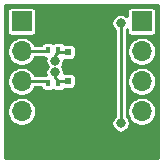
<source format=gbr>
G04 #@! TF.GenerationSoftware,KiCad,Pcbnew,(5.1.6-14-g3ac0951e1-dirty)*
G04 #@! TF.CreationDate,2021-04-17T10:51:59+02:00*
G04 #@! TF.ProjectId,A003.0000017200_DM.ADS7142.BOB,41303033-2e30-4303-9030-303137323030,rev?*
G04 #@! TF.SameCoordinates,Original*
G04 #@! TF.FileFunction,Copper,L2,Bot*
G04 #@! TF.FilePolarity,Positive*
%FSLAX46Y46*%
G04 Gerber Fmt 4.6, Leading zero omitted, Abs format (unit mm)*
G04 Created by KiCad (PCBNEW (5.1.6-14-g3ac0951e1-dirty)) date 2021-04-17 10:51:59*
%MOMM*%
%LPD*%
G01*
G04 APERTURE LIST*
G04 #@! TA.AperFunction,SMDPad,CuDef*
%ADD10R,0.400000X0.600000*%
G04 #@! TD*
G04 #@! TA.AperFunction,SMDPad,CuDef*
%ADD11R,0.500000X0.600000*%
G04 #@! TD*
G04 #@! TA.AperFunction,ComponentPad*
%ADD12R,1.700000X1.700000*%
G04 #@! TD*
G04 #@! TA.AperFunction,ComponentPad*
%ADD13O,1.700000X1.700000*%
G04 #@! TD*
G04 #@! TA.AperFunction,ViaPad*
%ADD14C,0.800000*%
G04 #@! TD*
G04 #@! TA.AperFunction,Conductor*
%ADD15C,0.250000*%
G04 #@! TD*
G04 #@! TA.AperFunction,Conductor*
%ADD16C,0.254000*%
G04 #@! TD*
G04 APERTURE END LIST*
D10*
X129217000Y-81280000D03*
X130117000Y-81280000D03*
X129217000Y-78486000D03*
X130117000Y-78486000D03*
D11*
X130937000Y-81111000D03*
X130937000Y-82211000D03*
X130937000Y-78655000D03*
X130937000Y-77555000D03*
D12*
X137160000Y-76073000D03*
D13*
X137160000Y-78613000D03*
X137160000Y-81153000D03*
X137160000Y-83693000D03*
X137160000Y-86233000D03*
D12*
X127000000Y-76073000D03*
D13*
X127000000Y-78613000D03*
X127000000Y-81153000D03*
X127000000Y-83693000D03*
X127000000Y-86233000D03*
D14*
X131318000Y-75184000D03*
X132588000Y-75184000D03*
X129540000Y-85344000D03*
X129794000Y-79390997D03*
X129794000Y-80391000D03*
X135382000Y-84709000D03*
X135382000Y-76200000D03*
D15*
X130937000Y-78655000D02*
X130090000Y-78655000D01*
X129794000Y-78951000D02*
X129794000Y-79390997D01*
X130090000Y-78655000D02*
X129794000Y-78951000D01*
X130937000Y-81111000D02*
X130090000Y-81111000D01*
X129794000Y-80815000D02*
X129794000Y-80391000D01*
X130090000Y-81111000D02*
X129794000Y-80815000D01*
X135382000Y-84709000D02*
X135382000Y-76200000D01*
X128709000Y-78613000D02*
X127000000Y-78613000D01*
X128709000Y-78613000D02*
X129159000Y-78613000D01*
X128709000Y-81153000D02*
X127000000Y-81153000D01*
X128709000Y-81153000D02*
X129159000Y-81153000D01*
D16*
G36*
X138536001Y-87609000D02*
G01*
X125624000Y-87609000D01*
X125624000Y-83572151D01*
X125773000Y-83572151D01*
X125773000Y-83813849D01*
X125820153Y-84050903D01*
X125912647Y-84274202D01*
X126046927Y-84475167D01*
X126217833Y-84646073D01*
X126418798Y-84780353D01*
X126642097Y-84872847D01*
X126879151Y-84920000D01*
X127120849Y-84920000D01*
X127357903Y-84872847D01*
X127581202Y-84780353D01*
X127782167Y-84646073D01*
X127953073Y-84475167D01*
X128087353Y-84274202D01*
X128179847Y-84050903D01*
X128227000Y-83813849D01*
X128227000Y-83572151D01*
X128179847Y-83335097D01*
X128087353Y-83111798D01*
X127953073Y-82910833D01*
X127782167Y-82739927D01*
X127581202Y-82605647D01*
X127357903Y-82513153D01*
X127120849Y-82466000D01*
X126879151Y-82466000D01*
X126642097Y-82513153D01*
X126418798Y-82605647D01*
X126217833Y-82739927D01*
X126046927Y-82910833D01*
X125912647Y-83111798D01*
X125820153Y-83335097D01*
X125773000Y-83572151D01*
X125624000Y-83572151D01*
X125624000Y-78492151D01*
X125773000Y-78492151D01*
X125773000Y-78733849D01*
X125820153Y-78970903D01*
X125912647Y-79194202D01*
X126046927Y-79395167D01*
X126217833Y-79566073D01*
X126418798Y-79700353D01*
X126642097Y-79792847D01*
X126879151Y-79840000D01*
X127120849Y-79840000D01*
X127357903Y-79792847D01*
X127581202Y-79700353D01*
X127782167Y-79566073D01*
X127953073Y-79395167D01*
X128087353Y-79194202D01*
X128120160Y-79115000D01*
X128832765Y-79115000D01*
X128872030Y-79135988D01*
X128943095Y-79157545D01*
X129017000Y-79164824D01*
X129046766Y-79164824D01*
X129017000Y-79314469D01*
X129017000Y-79467525D01*
X129046859Y-79617640D01*
X129105431Y-79759045D01*
X129190464Y-79886306D01*
X129195157Y-79890999D01*
X129190464Y-79895691D01*
X129105431Y-80022952D01*
X129046859Y-80164357D01*
X129017000Y-80314472D01*
X129017000Y-80467528D01*
X129043584Y-80601176D01*
X129017000Y-80601176D01*
X128943095Y-80608455D01*
X128872030Y-80630012D01*
X128832765Y-80651000D01*
X128120160Y-80651000D01*
X128087353Y-80571798D01*
X127953073Y-80370833D01*
X127782167Y-80199927D01*
X127581202Y-80065647D01*
X127357903Y-79973153D01*
X127120849Y-79926000D01*
X126879151Y-79926000D01*
X126642097Y-79973153D01*
X126418798Y-80065647D01*
X126217833Y-80199927D01*
X126046927Y-80370833D01*
X125912647Y-80571798D01*
X125820153Y-80795097D01*
X125773000Y-81032151D01*
X125773000Y-81273849D01*
X125820153Y-81510903D01*
X125912647Y-81734202D01*
X126046927Y-81935167D01*
X126217833Y-82106073D01*
X126418798Y-82240353D01*
X126642097Y-82332847D01*
X126879151Y-82380000D01*
X127120849Y-82380000D01*
X127357903Y-82332847D01*
X127581202Y-82240353D01*
X127782167Y-82106073D01*
X127953073Y-81935167D01*
X128087353Y-81734202D01*
X128120160Y-81655000D01*
X128645787Y-81655000D01*
X128667012Y-81724970D01*
X128702019Y-81790463D01*
X128749131Y-81847869D01*
X128806537Y-81894981D01*
X128872030Y-81929988D01*
X128943095Y-81951545D01*
X129017000Y-81958824D01*
X129417000Y-81958824D01*
X129490905Y-81951545D01*
X129561970Y-81929988D01*
X129627463Y-81894981D01*
X129667000Y-81862534D01*
X129706537Y-81894981D01*
X129772030Y-81929988D01*
X129843095Y-81951545D01*
X129917000Y-81958824D01*
X130317000Y-81958824D01*
X130390905Y-81951545D01*
X130461970Y-81929988D01*
X130527463Y-81894981D01*
X130584869Y-81847869D01*
X130631981Y-81790463D01*
X130635057Y-81784708D01*
X130687000Y-81789824D01*
X131187000Y-81789824D01*
X131260905Y-81782545D01*
X131331970Y-81760988D01*
X131397463Y-81725981D01*
X131454869Y-81678869D01*
X131501981Y-81621463D01*
X131536988Y-81555970D01*
X131558545Y-81484905D01*
X131565824Y-81411000D01*
X131565824Y-80811000D01*
X131558545Y-80737095D01*
X131536988Y-80666030D01*
X131501981Y-80600537D01*
X131454869Y-80543131D01*
X131397463Y-80496019D01*
X131331970Y-80461012D01*
X131260905Y-80439455D01*
X131187000Y-80432176D01*
X130687000Y-80432176D01*
X130613095Y-80439455D01*
X130571000Y-80452224D01*
X130571000Y-80314472D01*
X130541141Y-80164357D01*
X130482569Y-80022952D01*
X130397536Y-79895691D01*
X130392844Y-79890999D01*
X130397536Y-79886306D01*
X130482569Y-79759045D01*
X130541141Y-79617640D01*
X130571000Y-79467525D01*
X130571000Y-79314469D01*
X130570853Y-79313731D01*
X130613095Y-79326545D01*
X130687000Y-79333824D01*
X131187000Y-79333824D01*
X131260905Y-79326545D01*
X131331970Y-79304988D01*
X131397463Y-79269981D01*
X131454869Y-79222869D01*
X131501981Y-79165463D01*
X131536988Y-79099970D01*
X131558545Y-79028905D01*
X131565824Y-78955000D01*
X131565824Y-78355000D01*
X131558545Y-78281095D01*
X131536988Y-78210030D01*
X131501981Y-78144537D01*
X131454869Y-78087131D01*
X131397463Y-78040019D01*
X131331970Y-78005012D01*
X131260905Y-77983455D01*
X131187000Y-77976176D01*
X130687000Y-77976176D01*
X130635057Y-77981292D01*
X130631981Y-77975537D01*
X130584869Y-77918131D01*
X130527463Y-77871019D01*
X130461970Y-77836012D01*
X130390905Y-77814455D01*
X130317000Y-77807176D01*
X129917000Y-77807176D01*
X129843095Y-77814455D01*
X129772030Y-77836012D01*
X129706537Y-77871019D01*
X129667000Y-77903466D01*
X129627463Y-77871019D01*
X129561970Y-77836012D01*
X129490905Y-77814455D01*
X129417000Y-77807176D01*
X129017000Y-77807176D01*
X128943095Y-77814455D01*
X128872030Y-77836012D01*
X128806537Y-77871019D01*
X128749131Y-77918131D01*
X128702019Y-77975537D01*
X128667012Y-78041030D01*
X128645787Y-78111000D01*
X128120160Y-78111000D01*
X128087353Y-78031798D01*
X127953073Y-77830833D01*
X127782167Y-77659927D01*
X127581202Y-77525647D01*
X127357903Y-77433153D01*
X127120849Y-77386000D01*
X126879151Y-77386000D01*
X126642097Y-77433153D01*
X126418798Y-77525647D01*
X126217833Y-77659927D01*
X126046927Y-77830833D01*
X125912647Y-78031798D01*
X125820153Y-78255097D01*
X125773000Y-78492151D01*
X125624000Y-78492151D01*
X125624000Y-75223000D01*
X125771176Y-75223000D01*
X125771176Y-76923000D01*
X125778455Y-76996905D01*
X125800012Y-77067970D01*
X125835019Y-77133463D01*
X125882131Y-77190869D01*
X125939537Y-77237981D01*
X126005030Y-77272988D01*
X126076095Y-77294545D01*
X126150000Y-77301824D01*
X127850000Y-77301824D01*
X127923905Y-77294545D01*
X127994970Y-77272988D01*
X128060463Y-77237981D01*
X128117869Y-77190869D01*
X128164981Y-77133463D01*
X128199988Y-77067970D01*
X128221545Y-76996905D01*
X128228824Y-76923000D01*
X128228824Y-76123472D01*
X134605000Y-76123472D01*
X134605000Y-76276528D01*
X134634859Y-76426643D01*
X134693431Y-76568048D01*
X134778464Y-76695309D01*
X134880001Y-76796846D01*
X134880000Y-84112155D01*
X134778464Y-84213691D01*
X134693431Y-84340952D01*
X134634859Y-84482357D01*
X134605000Y-84632472D01*
X134605000Y-84785528D01*
X134634859Y-84935643D01*
X134693431Y-85077048D01*
X134778464Y-85204309D01*
X134886691Y-85312536D01*
X135013952Y-85397569D01*
X135155357Y-85456141D01*
X135305472Y-85486000D01*
X135458528Y-85486000D01*
X135608643Y-85456141D01*
X135750048Y-85397569D01*
X135877309Y-85312536D01*
X135985536Y-85204309D01*
X136070569Y-85077048D01*
X136129141Y-84935643D01*
X136159000Y-84785528D01*
X136159000Y-84632472D01*
X136129141Y-84482357D01*
X136070569Y-84340952D01*
X135985536Y-84213691D01*
X135884000Y-84112155D01*
X135884000Y-83572151D01*
X135933000Y-83572151D01*
X135933000Y-83813849D01*
X135980153Y-84050903D01*
X136072647Y-84274202D01*
X136206927Y-84475167D01*
X136377833Y-84646073D01*
X136578798Y-84780353D01*
X136802097Y-84872847D01*
X137039151Y-84920000D01*
X137280849Y-84920000D01*
X137517903Y-84872847D01*
X137741202Y-84780353D01*
X137942167Y-84646073D01*
X138113073Y-84475167D01*
X138247353Y-84274202D01*
X138339847Y-84050903D01*
X138387000Y-83813849D01*
X138387000Y-83572151D01*
X138339847Y-83335097D01*
X138247353Y-83111798D01*
X138113073Y-82910833D01*
X137942167Y-82739927D01*
X137741202Y-82605647D01*
X137517903Y-82513153D01*
X137280849Y-82466000D01*
X137039151Y-82466000D01*
X136802097Y-82513153D01*
X136578798Y-82605647D01*
X136377833Y-82739927D01*
X136206927Y-82910833D01*
X136072647Y-83111798D01*
X135980153Y-83335097D01*
X135933000Y-83572151D01*
X135884000Y-83572151D01*
X135884000Y-81032151D01*
X135933000Y-81032151D01*
X135933000Y-81273849D01*
X135980153Y-81510903D01*
X136072647Y-81734202D01*
X136206927Y-81935167D01*
X136377833Y-82106073D01*
X136578798Y-82240353D01*
X136802097Y-82332847D01*
X137039151Y-82380000D01*
X137280849Y-82380000D01*
X137517903Y-82332847D01*
X137741202Y-82240353D01*
X137942167Y-82106073D01*
X138113073Y-81935167D01*
X138247353Y-81734202D01*
X138339847Y-81510903D01*
X138387000Y-81273849D01*
X138387000Y-81032151D01*
X138339847Y-80795097D01*
X138247353Y-80571798D01*
X138113073Y-80370833D01*
X137942167Y-80199927D01*
X137741202Y-80065647D01*
X137517903Y-79973153D01*
X137280849Y-79926000D01*
X137039151Y-79926000D01*
X136802097Y-79973153D01*
X136578798Y-80065647D01*
X136377833Y-80199927D01*
X136206927Y-80370833D01*
X136072647Y-80571798D01*
X135980153Y-80795097D01*
X135933000Y-81032151D01*
X135884000Y-81032151D01*
X135884000Y-78492151D01*
X135933000Y-78492151D01*
X135933000Y-78733849D01*
X135980153Y-78970903D01*
X136072647Y-79194202D01*
X136206927Y-79395167D01*
X136377833Y-79566073D01*
X136578798Y-79700353D01*
X136802097Y-79792847D01*
X137039151Y-79840000D01*
X137280849Y-79840000D01*
X137517903Y-79792847D01*
X137741202Y-79700353D01*
X137942167Y-79566073D01*
X138113073Y-79395167D01*
X138247353Y-79194202D01*
X138339847Y-78970903D01*
X138387000Y-78733849D01*
X138387000Y-78492151D01*
X138339847Y-78255097D01*
X138247353Y-78031798D01*
X138113073Y-77830833D01*
X137942167Y-77659927D01*
X137741202Y-77525647D01*
X137517903Y-77433153D01*
X137280849Y-77386000D01*
X137039151Y-77386000D01*
X136802097Y-77433153D01*
X136578798Y-77525647D01*
X136377833Y-77659927D01*
X136206927Y-77830833D01*
X136072647Y-78031798D01*
X135980153Y-78255097D01*
X135933000Y-78492151D01*
X135884000Y-78492151D01*
X135884000Y-76796845D01*
X135931176Y-76749669D01*
X135931176Y-76923000D01*
X135938455Y-76996905D01*
X135960012Y-77067970D01*
X135995019Y-77133463D01*
X136042131Y-77190869D01*
X136099537Y-77237981D01*
X136165030Y-77272988D01*
X136236095Y-77294545D01*
X136310000Y-77301824D01*
X138010000Y-77301824D01*
X138083905Y-77294545D01*
X138154970Y-77272988D01*
X138220463Y-77237981D01*
X138277869Y-77190869D01*
X138324981Y-77133463D01*
X138359988Y-77067970D01*
X138381545Y-76996905D01*
X138388824Y-76923000D01*
X138388824Y-75223000D01*
X138381545Y-75149095D01*
X138359988Y-75078030D01*
X138324981Y-75012537D01*
X138277869Y-74955131D01*
X138220463Y-74908019D01*
X138154970Y-74873012D01*
X138083905Y-74851455D01*
X138010000Y-74844176D01*
X136310000Y-74844176D01*
X136236095Y-74851455D01*
X136165030Y-74873012D01*
X136099537Y-74908019D01*
X136042131Y-74955131D01*
X135995019Y-75012537D01*
X135960012Y-75078030D01*
X135938455Y-75149095D01*
X135931176Y-75223000D01*
X135931176Y-75650331D01*
X135877309Y-75596464D01*
X135750048Y-75511431D01*
X135608643Y-75452859D01*
X135458528Y-75423000D01*
X135305472Y-75423000D01*
X135155357Y-75452859D01*
X135013952Y-75511431D01*
X134886691Y-75596464D01*
X134778464Y-75704691D01*
X134693431Y-75831952D01*
X134634859Y-75973357D01*
X134605000Y-76123472D01*
X128228824Y-76123472D01*
X128228824Y-75223000D01*
X128221545Y-75149095D01*
X128199988Y-75078030D01*
X128164981Y-75012537D01*
X128117869Y-74955131D01*
X128060463Y-74908019D01*
X127994970Y-74873012D01*
X127923905Y-74851455D01*
X127850000Y-74844176D01*
X126150000Y-74844176D01*
X126076095Y-74851455D01*
X126005030Y-74873012D01*
X125939537Y-74908019D01*
X125882131Y-74955131D01*
X125835019Y-75012537D01*
X125800012Y-75078030D01*
X125778455Y-75149095D01*
X125771176Y-75223000D01*
X125624000Y-75223000D01*
X125624000Y-74697000D01*
X138536000Y-74697000D01*
X138536001Y-87609000D01*
G37*
X138536001Y-87609000D02*
X125624000Y-87609000D01*
X125624000Y-83572151D01*
X125773000Y-83572151D01*
X125773000Y-83813849D01*
X125820153Y-84050903D01*
X125912647Y-84274202D01*
X126046927Y-84475167D01*
X126217833Y-84646073D01*
X126418798Y-84780353D01*
X126642097Y-84872847D01*
X126879151Y-84920000D01*
X127120849Y-84920000D01*
X127357903Y-84872847D01*
X127581202Y-84780353D01*
X127782167Y-84646073D01*
X127953073Y-84475167D01*
X128087353Y-84274202D01*
X128179847Y-84050903D01*
X128227000Y-83813849D01*
X128227000Y-83572151D01*
X128179847Y-83335097D01*
X128087353Y-83111798D01*
X127953073Y-82910833D01*
X127782167Y-82739927D01*
X127581202Y-82605647D01*
X127357903Y-82513153D01*
X127120849Y-82466000D01*
X126879151Y-82466000D01*
X126642097Y-82513153D01*
X126418798Y-82605647D01*
X126217833Y-82739927D01*
X126046927Y-82910833D01*
X125912647Y-83111798D01*
X125820153Y-83335097D01*
X125773000Y-83572151D01*
X125624000Y-83572151D01*
X125624000Y-78492151D01*
X125773000Y-78492151D01*
X125773000Y-78733849D01*
X125820153Y-78970903D01*
X125912647Y-79194202D01*
X126046927Y-79395167D01*
X126217833Y-79566073D01*
X126418798Y-79700353D01*
X126642097Y-79792847D01*
X126879151Y-79840000D01*
X127120849Y-79840000D01*
X127357903Y-79792847D01*
X127581202Y-79700353D01*
X127782167Y-79566073D01*
X127953073Y-79395167D01*
X128087353Y-79194202D01*
X128120160Y-79115000D01*
X128832765Y-79115000D01*
X128872030Y-79135988D01*
X128943095Y-79157545D01*
X129017000Y-79164824D01*
X129046766Y-79164824D01*
X129017000Y-79314469D01*
X129017000Y-79467525D01*
X129046859Y-79617640D01*
X129105431Y-79759045D01*
X129190464Y-79886306D01*
X129195157Y-79890999D01*
X129190464Y-79895691D01*
X129105431Y-80022952D01*
X129046859Y-80164357D01*
X129017000Y-80314472D01*
X129017000Y-80467528D01*
X129043584Y-80601176D01*
X129017000Y-80601176D01*
X128943095Y-80608455D01*
X128872030Y-80630012D01*
X128832765Y-80651000D01*
X128120160Y-80651000D01*
X128087353Y-80571798D01*
X127953073Y-80370833D01*
X127782167Y-80199927D01*
X127581202Y-80065647D01*
X127357903Y-79973153D01*
X127120849Y-79926000D01*
X126879151Y-79926000D01*
X126642097Y-79973153D01*
X126418798Y-80065647D01*
X126217833Y-80199927D01*
X126046927Y-80370833D01*
X125912647Y-80571798D01*
X125820153Y-80795097D01*
X125773000Y-81032151D01*
X125773000Y-81273849D01*
X125820153Y-81510903D01*
X125912647Y-81734202D01*
X126046927Y-81935167D01*
X126217833Y-82106073D01*
X126418798Y-82240353D01*
X126642097Y-82332847D01*
X126879151Y-82380000D01*
X127120849Y-82380000D01*
X127357903Y-82332847D01*
X127581202Y-82240353D01*
X127782167Y-82106073D01*
X127953073Y-81935167D01*
X128087353Y-81734202D01*
X128120160Y-81655000D01*
X128645787Y-81655000D01*
X128667012Y-81724970D01*
X128702019Y-81790463D01*
X128749131Y-81847869D01*
X128806537Y-81894981D01*
X128872030Y-81929988D01*
X128943095Y-81951545D01*
X129017000Y-81958824D01*
X129417000Y-81958824D01*
X129490905Y-81951545D01*
X129561970Y-81929988D01*
X129627463Y-81894981D01*
X129667000Y-81862534D01*
X129706537Y-81894981D01*
X129772030Y-81929988D01*
X129843095Y-81951545D01*
X129917000Y-81958824D01*
X130317000Y-81958824D01*
X130390905Y-81951545D01*
X130461970Y-81929988D01*
X130527463Y-81894981D01*
X130584869Y-81847869D01*
X130631981Y-81790463D01*
X130635057Y-81784708D01*
X130687000Y-81789824D01*
X131187000Y-81789824D01*
X131260905Y-81782545D01*
X131331970Y-81760988D01*
X131397463Y-81725981D01*
X131454869Y-81678869D01*
X131501981Y-81621463D01*
X131536988Y-81555970D01*
X131558545Y-81484905D01*
X131565824Y-81411000D01*
X131565824Y-80811000D01*
X131558545Y-80737095D01*
X131536988Y-80666030D01*
X131501981Y-80600537D01*
X131454869Y-80543131D01*
X131397463Y-80496019D01*
X131331970Y-80461012D01*
X131260905Y-80439455D01*
X131187000Y-80432176D01*
X130687000Y-80432176D01*
X130613095Y-80439455D01*
X130571000Y-80452224D01*
X130571000Y-80314472D01*
X130541141Y-80164357D01*
X130482569Y-80022952D01*
X130397536Y-79895691D01*
X130392844Y-79890999D01*
X130397536Y-79886306D01*
X130482569Y-79759045D01*
X130541141Y-79617640D01*
X130571000Y-79467525D01*
X130571000Y-79314469D01*
X130570853Y-79313731D01*
X130613095Y-79326545D01*
X130687000Y-79333824D01*
X131187000Y-79333824D01*
X131260905Y-79326545D01*
X131331970Y-79304988D01*
X131397463Y-79269981D01*
X131454869Y-79222869D01*
X131501981Y-79165463D01*
X131536988Y-79099970D01*
X131558545Y-79028905D01*
X131565824Y-78955000D01*
X131565824Y-78355000D01*
X131558545Y-78281095D01*
X131536988Y-78210030D01*
X131501981Y-78144537D01*
X131454869Y-78087131D01*
X131397463Y-78040019D01*
X131331970Y-78005012D01*
X131260905Y-77983455D01*
X131187000Y-77976176D01*
X130687000Y-77976176D01*
X130635057Y-77981292D01*
X130631981Y-77975537D01*
X130584869Y-77918131D01*
X130527463Y-77871019D01*
X130461970Y-77836012D01*
X130390905Y-77814455D01*
X130317000Y-77807176D01*
X129917000Y-77807176D01*
X129843095Y-77814455D01*
X129772030Y-77836012D01*
X129706537Y-77871019D01*
X129667000Y-77903466D01*
X129627463Y-77871019D01*
X129561970Y-77836012D01*
X129490905Y-77814455D01*
X129417000Y-77807176D01*
X129017000Y-77807176D01*
X128943095Y-77814455D01*
X128872030Y-77836012D01*
X128806537Y-77871019D01*
X128749131Y-77918131D01*
X128702019Y-77975537D01*
X128667012Y-78041030D01*
X128645787Y-78111000D01*
X128120160Y-78111000D01*
X128087353Y-78031798D01*
X127953073Y-77830833D01*
X127782167Y-77659927D01*
X127581202Y-77525647D01*
X127357903Y-77433153D01*
X127120849Y-77386000D01*
X126879151Y-77386000D01*
X126642097Y-77433153D01*
X126418798Y-77525647D01*
X126217833Y-77659927D01*
X126046927Y-77830833D01*
X125912647Y-78031798D01*
X125820153Y-78255097D01*
X125773000Y-78492151D01*
X125624000Y-78492151D01*
X125624000Y-75223000D01*
X125771176Y-75223000D01*
X125771176Y-76923000D01*
X125778455Y-76996905D01*
X125800012Y-77067970D01*
X125835019Y-77133463D01*
X125882131Y-77190869D01*
X125939537Y-77237981D01*
X126005030Y-77272988D01*
X126076095Y-77294545D01*
X126150000Y-77301824D01*
X127850000Y-77301824D01*
X127923905Y-77294545D01*
X127994970Y-77272988D01*
X128060463Y-77237981D01*
X128117869Y-77190869D01*
X128164981Y-77133463D01*
X128199988Y-77067970D01*
X128221545Y-76996905D01*
X128228824Y-76923000D01*
X128228824Y-76123472D01*
X134605000Y-76123472D01*
X134605000Y-76276528D01*
X134634859Y-76426643D01*
X134693431Y-76568048D01*
X134778464Y-76695309D01*
X134880001Y-76796846D01*
X134880000Y-84112155D01*
X134778464Y-84213691D01*
X134693431Y-84340952D01*
X134634859Y-84482357D01*
X134605000Y-84632472D01*
X134605000Y-84785528D01*
X134634859Y-84935643D01*
X134693431Y-85077048D01*
X134778464Y-85204309D01*
X134886691Y-85312536D01*
X135013952Y-85397569D01*
X135155357Y-85456141D01*
X135305472Y-85486000D01*
X135458528Y-85486000D01*
X135608643Y-85456141D01*
X135750048Y-85397569D01*
X135877309Y-85312536D01*
X135985536Y-85204309D01*
X136070569Y-85077048D01*
X136129141Y-84935643D01*
X136159000Y-84785528D01*
X136159000Y-84632472D01*
X136129141Y-84482357D01*
X136070569Y-84340952D01*
X135985536Y-84213691D01*
X135884000Y-84112155D01*
X135884000Y-83572151D01*
X135933000Y-83572151D01*
X135933000Y-83813849D01*
X135980153Y-84050903D01*
X136072647Y-84274202D01*
X136206927Y-84475167D01*
X136377833Y-84646073D01*
X136578798Y-84780353D01*
X136802097Y-84872847D01*
X137039151Y-84920000D01*
X137280849Y-84920000D01*
X137517903Y-84872847D01*
X137741202Y-84780353D01*
X137942167Y-84646073D01*
X138113073Y-84475167D01*
X138247353Y-84274202D01*
X138339847Y-84050903D01*
X138387000Y-83813849D01*
X138387000Y-83572151D01*
X138339847Y-83335097D01*
X138247353Y-83111798D01*
X138113073Y-82910833D01*
X137942167Y-82739927D01*
X137741202Y-82605647D01*
X137517903Y-82513153D01*
X137280849Y-82466000D01*
X137039151Y-82466000D01*
X136802097Y-82513153D01*
X136578798Y-82605647D01*
X136377833Y-82739927D01*
X136206927Y-82910833D01*
X136072647Y-83111798D01*
X135980153Y-83335097D01*
X135933000Y-83572151D01*
X135884000Y-83572151D01*
X135884000Y-81032151D01*
X135933000Y-81032151D01*
X135933000Y-81273849D01*
X135980153Y-81510903D01*
X136072647Y-81734202D01*
X136206927Y-81935167D01*
X136377833Y-82106073D01*
X136578798Y-82240353D01*
X136802097Y-82332847D01*
X137039151Y-82380000D01*
X137280849Y-82380000D01*
X137517903Y-82332847D01*
X137741202Y-82240353D01*
X137942167Y-82106073D01*
X138113073Y-81935167D01*
X138247353Y-81734202D01*
X138339847Y-81510903D01*
X138387000Y-81273849D01*
X138387000Y-81032151D01*
X138339847Y-80795097D01*
X138247353Y-80571798D01*
X138113073Y-80370833D01*
X137942167Y-80199927D01*
X137741202Y-80065647D01*
X137517903Y-79973153D01*
X137280849Y-79926000D01*
X137039151Y-79926000D01*
X136802097Y-79973153D01*
X136578798Y-80065647D01*
X136377833Y-80199927D01*
X136206927Y-80370833D01*
X136072647Y-80571798D01*
X135980153Y-80795097D01*
X135933000Y-81032151D01*
X135884000Y-81032151D01*
X135884000Y-78492151D01*
X135933000Y-78492151D01*
X135933000Y-78733849D01*
X135980153Y-78970903D01*
X136072647Y-79194202D01*
X136206927Y-79395167D01*
X136377833Y-79566073D01*
X136578798Y-79700353D01*
X136802097Y-79792847D01*
X137039151Y-79840000D01*
X137280849Y-79840000D01*
X137517903Y-79792847D01*
X137741202Y-79700353D01*
X137942167Y-79566073D01*
X138113073Y-79395167D01*
X138247353Y-79194202D01*
X138339847Y-78970903D01*
X138387000Y-78733849D01*
X138387000Y-78492151D01*
X138339847Y-78255097D01*
X138247353Y-78031798D01*
X138113073Y-77830833D01*
X137942167Y-77659927D01*
X137741202Y-77525647D01*
X137517903Y-77433153D01*
X137280849Y-77386000D01*
X137039151Y-77386000D01*
X136802097Y-77433153D01*
X136578798Y-77525647D01*
X136377833Y-77659927D01*
X136206927Y-77830833D01*
X136072647Y-78031798D01*
X135980153Y-78255097D01*
X135933000Y-78492151D01*
X135884000Y-78492151D01*
X135884000Y-76796845D01*
X135931176Y-76749669D01*
X135931176Y-76923000D01*
X135938455Y-76996905D01*
X135960012Y-77067970D01*
X135995019Y-77133463D01*
X136042131Y-77190869D01*
X136099537Y-77237981D01*
X136165030Y-77272988D01*
X136236095Y-77294545D01*
X136310000Y-77301824D01*
X138010000Y-77301824D01*
X138083905Y-77294545D01*
X138154970Y-77272988D01*
X138220463Y-77237981D01*
X138277869Y-77190869D01*
X138324981Y-77133463D01*
X138359988Y-77067970D01*
X138381545Y-76996905D01*
X138388824Y-76923000D01*
X138388824Y-75223000D01*
X138381545Y-75149095D01*
X138359988Y-75078030D01*
X138324981Y-75012537D01*
X138277869Y-74955131D01*
X138220463Y-74908019D01*
X138154970Y-74873012D01*
X138083905Y-74851455D01*
X138010000Y-74844176D01*
X136310000Y-74844176D01*
X136236095Y-74851455D01*
X136165030Y-74873012D01*
X136099537Y-74908019D01*
X136042131Y-74955131D01*
X135995019Y-75012537D01*
X135960012Y-75078030D01*
X135938455Y-75149095D01*
X135931176Y-75223000D01*
X135931176Y-75650331D01*
X135877309Y-75596464D01*
X135750048Y-75511431D01*
X135608643Y-75452859D01*
X135458528Y-75423000D01*
X135305472Y-75423000D01*
X135155357Y-75452859D01*
X135013952Y-75511431D01*
X134886691Y-75596464D01*
X134778464Y-75704691D01*
X134693431Y-75831952D01*
X134634859Y-75973357D01*
X134605000Y-76123472D01*
X128228824Y-76123472D01*
X128228824Y-75223000D01*
X128221545Y-75149095D01*
X128199988Y-75078030D01*
X128164981Y-75012537D01*
X128117869Y-74955131D01*
X128060463Y-74908019D01*
X127994970Y-74873012D01*
X127923905Y-74851455D01*
X127850000Y-74844176D01*
X126150000Y-74844176D01*
X126076095Y-74851455D01*
X126005030Y-74873012D01*
X125939537Y-74908019D01*
X125882131Y-74955131D01*
X125835019Y-75012537D01*
X125800012Y-75078030D01*
X125778455Y-75149095D01*
X125771176Y-75223000D01*
X125624000Y-75223000D01*
X125624000Y-74697000D01*
X138536000Y-74697000D01*
X138536001Y-87609000D01*
M02*

</source>
